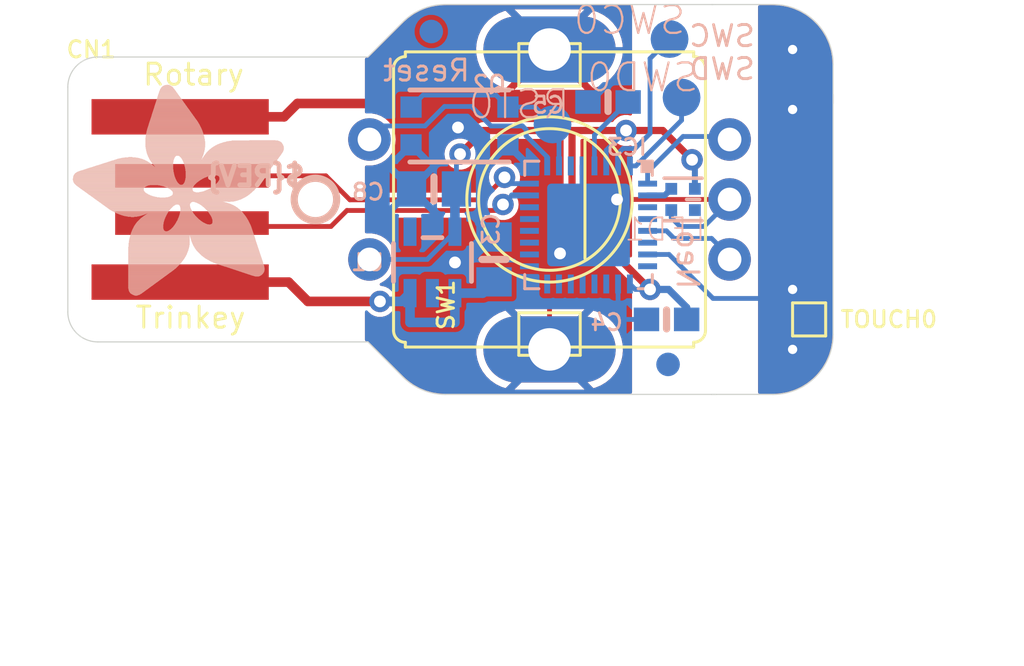
<source format=kicad_pcb>
(kicad_pcb (version 20221018) (generator pcbnew)
  (layers (0 "F.Cu" signal) (31 "B.Cu" signal) (34 "B.Paste" user) (35 "F.Paste" user) (36 "B.SilkS" user "B.Silkscreen") (37 "F.SilkS" user "F.Silkscreen") (38 "B.Mask" user) (39 "F.Mask" user) (44 "Edge.Cuts" user))
  (net 0 "")
  (net 1 "GND")
  (net 2 "D-")
  (net 3 "D+")
  (net 4 "VBUS")
  (net 5 "~{RESET}")
  (net 6 "3.3V")
  (net 7 "SWCLK")
  (net 8 "SWDIO")
  (net 9 "VDDCORE1")
  (net 10 "ROT2")
  (net 11 "SWITCH")
  (net 12 "ROT1")
  (net 13 "N$1")
  (net 14 "TOUCH")
  (footprint "working:PEC11+SWITCH" (layer "F.Cu") (at 152.6921 105.0036 90)
    (fp_text reference "SW1" (at -5.6 -4.38 90) (layer "F.SilkS") (effects (font (size 0.692831 0.692831) (thickness 0.119969)) (justify left)))
    (fp_text value "PEC11")
    (pad "P$1" thru_hole circle (at -2.54 -7.62 90) (size 1.8 1.8) (drill 1) (layers "*.Cu" "*.Mask") (net 6 "3.3V"))
    (pad "P$2" thru_hole circle (at 2.54 -7.62 90) (size 1.8 1.8) (drill 1) (layers "*.Cu" "*.Mask") (net 11 "SWITCH"))
    (pad "P$A" thru_hole circle (at -2.54 7.62 90) (size 1.8 1.8) (drill 1) (layers "*.Cu" "*.Mask") (net 10 "ROT2"))
    (pad "P$B" thru_hole circle (at 2.54 7.62 90) (size 1.8 1.8) (drill 1) (layers "*.Cu" "*.Mask") (net 12 "ROT1"))
    (pad "P$C" thru_hole circle (at 0 7.62 90) (size 1.8 1.8) (drill 1) (layers "*.Cu" "*.Mask") (net 1 "GND"))
    (pad "P$GND1" thru_hole oval (at -6.35 0 180) (size 5.6 2.8) (drill 1.8) (layers "*.Cu" "*.Mask") (net 1 "GND"))
    (pad "P$GND2" thru_hole oval (at 6.35 0 180) (size 5.6 2.8) (drill 1.8) (layers "*.Cu" "*.Mask") (net 1 "GND"))
  )
  (footprint "working:USBA_PCB" (layer "F.Cu") (at 137.2616 105.0036)
    (fp_text reference "CN1" (at -5.08 -6.35) (layer "F.SilkS") (effects (font (size 0.692831 0.692831) (thickness 0.119969)) (justify left)))
    (fp_text value "")
    (pad "GND" smd rect (at -0.2 -3.5) (size 7.5 1.5) (layers "F.Cu" "F.Mask") (net 1 "GND"))
    (pad "USB_NEG" smd rect (at 0.3 1) (size 6.5 1) (layers "F.Cu" "F.Mask") (net 2 "D-"))
    (pad "USB_PLUS" smd rect (at 0.3 -1) (size 6.5 1) (layers "F.Cu" "F.Mask") (net 3 "D+"))
    (pad "VCC" smd rect (at -0.2 3.5) (size 7.5 1.5) (layers "F.Cu" "F.Mask") (net 4 "VBUS"))
  )
  (footprint "working:TESTPOINT_PAD_1MM" (layer "F.Cu") (at 163.6776 110.0836)
    (fp_text reference "TOUCH0" (at 1.27 0) (layer "F.SilkS") (effects (font (size 0.692831 0.692831) (thickness 0.119969)) (justify left)))
    (fp_text value "")
    (pad "P$1" smd rect (at 0 0) (size 1 1) (layers "F.Cu" "F.Mask") (net 14 "TOUCH"))
  )
  (footprint "working:SK6805_1515" (layer "B.Cu") (at 158.3436 105.0036)
    (fp_text reference "LED1" (at -2.54 1.27) (layer "B.SilkS") (effects (font (size 0.941222 0.941222) (thickness 0.074778)) (justify right mirror)))
    (fp_text value "WS2812B_SK6805_1515")
    (pad "1" smd rect (at -0.5 -0.45) (size 0.5 0.5) (layers "B.Cu" "B.Paste" "B.Mask") (net 13 "N$1"))
    (pad "2" smd rect (at 0.5 -0.45) (size 0.5 0.5) (layers "B.Cu" "B.Paste" "B.Mask") (net 6 "3.3V"))
    (pad "3" smd rect (at 0.5 0.45) (size 0.5 0.5) (layers "B.Cu" "B.Paste" "B.Mask"))
    (pad "4" smd rect (at -0.5 0.45) (size 0.5 0.5) (layers "B.Cu" "B.Paste" "B.Mask") (net 1 "GND"))
  )
  (footprint "working:BTN_KMR2_4.6X2.8" (layer "B.Cu") (at 148.8821 101.8921 180)
    (fp_text reference "Q2" (at -2.032 1.778) (layer "B.SilkS") (effects (font (size 0.692831 0.692831) (thickness 0.119969)) (justify left mirror)))
    (fp_text value "reset")
    (pad "A" smd rect (at 2.05 0.8 180) (size 0.9 0.9) (layers "B.Cu" "B.Paste" "B.Mask") (net 5 "~{RESET}"))
    (pad "A'" smd rect (at -2.05 0.8 180) (size 0.9 0.9) (layers "B.Cu" "B.Paste" "B.Mask") (net 5 "~{RESET}"))
    (pad "B" smd rect (at 2.05 -0.8 180) (size 0.9 0.9) (layers "B.Cu" "B.Paste" "B.Mask") (net 1 "GND"))
    (pad "B'" smd rect (at -2.05 -0.8 180) (size 0.9 0.9) (layers "B.Cu" "B.Paste" "B.Mask") (net 1 "GND"))
  )
  (footprint "working:0805-NO" (layer "B.Cu") (at 147.8026 104.5591 180)
    (fp_text reference "C8" (at 2.032 -0.127) (layer "B.SilkS") (effects (font (size 0.692831 0.692831) (thickness 0.119969)) (justify left mirror)))
    (fp_text value "10uF")
    (pad "1" smd rect (at -0.95 0 180) (size 1.24 1.5) (layers "B.Cu" "B.Paste" "B.Mask") (net 6 "3.3V"))
    (pad "2" smd rect (at 0.95 0 180) (size 1.24 1.5) (layers "B.Cu" "B.Paste" "B.Mask") (net 1 "GND"))
  )
  (footprint "working:QFN32_5MM" (layer "B.Cu") (at 154.3431 106.0831 180)
    (fp_text reference "IC3" (at -2.54 3.298) (layer "B.SilkS") (effects (font (size 0.692831 0.692831) (thickness 0.119969)) (justify left mirror)))
    (fp_text value "ATSAMD21E")
    (pad "1" smd rect (at -2.5 1.75 90) (size 0.25 0.8) (layers "B.Cu" "B.Paste") (net 12 "ROT1"))
    (pad "2" smd rect (at -2.5 1.25 90) (size 0.25 0.8) (layers "B.Cu" "B.Paste") (net 13 "N$1"))
    (pad "3" smd rect (at -2.5 0.75 90) (size 0.25 0.8) (layers "B.Cu" "B.Paste"))
    (pad "4" smd rect (at -2.5 0.25 90) (size 0.25 0.8) (layers "B.Cu" "B.Paste"))
    (pad "5" smd rect (at -2.5 -0.25 90) (size 0.25 0.8) (layers "B.Cu" "B.Paste") (net 10 "ROT2"))
    (pad "6" smd rect (at -2.5 -0.75 90) (size 0.25 0.8) (layers "B.Cu" "B.Paste"))
    (pad "7" smd rect (at -2.5 -1.25 90) (size 0.25 0.8) (layers "B.Cu" "B.Paste") (net 14 "TOUCH"))
    (pad "8" smd rect (at -2.5 -1.75 90) (size 0.25 0.8) (layers "B.Cu" "B.Paste"))
    (pad "9" smd rect (at -1.75 -2.5) (size 0.25 0.8) (layers "B.Cu" "B.Paste") (net 6 "3.3V"))
    (pad "10" smd rect (at -1.25 -2.5) (size 0.25 0.8) (layers "B.Cu" "B.Paste") (net 1 "GND"))
    (pad "11" smd rect (at -0.75 -2.5) (size 0.25 0.8) (layers "B.Cu" "B.Paste"))
    (pad "12" smd rect (at -0.25 -2.5) (size 0.25 0.8) (layers "B.Cu" "B.Paste"))
    (pad "13" smd rect (at 0.25 -2.5) (size 0.25 0.8) (layers "B.Cu" "B.Paste"))
    (pad "14" smd rect (at 0.75 -2.5) (size 0.25 0.8) (layers "B.Cu" "B.Paste"))
    (pad "15" smd rect (at 1.25 -2.5) (size 0.25 0.8) (layers "B.Cu" "B.Paste"))
    (pad "16" smd rect (at 1.75 -2.5) (size 0.25 0.8) (layers "B.Cu" "B.Paste"))
    (pad "17" smd rect (at 2.5 -1.75 270) (size 0.25 0.8) (layers "B.Cu" "B.Paste"))
    (pad "18" smd rect (at 2.5 -1.25 270) (size 0.25 0.8) (layers "B.Cu" "B.Paste"))
    (pad "19" smd rect (at 2.5 -0.75 270) (size 0.25 0.8) (layers "B.Cu" "B.Paste"))
    (pad "20" smd rect (at 2.5 -0.25 270) (size 0.25 0.8) (layers "B.Cu" "B.Paste"))
    (pad "21" smd rect (at 2.5 0.25 270) (size 0.25 0.8) (layers "B.Cu" "B.Paste"))
    (pad "22" smd rect (at 2.5 0.75 270) (size 0.25 0.8) (layers "B.Cu" "B.Paste"))
    (pad "23" smd rect (at 2.5 1.25 270) (size 0.25 0.8) (layers "B.Cu" "B.Paste") (net 2 "D-"))
    (pad "24" smd rect (at 2.5 1.75 270) (size 0.25 0.8) (layers "B.Cu" "B.Paste") (net 3 "D+"))
    (pad "25" smd rect (at 1.75 2.5 180) (size 0.25 0.8) (layers "B.Cu" "B.Paste") (net 11 "SWITCH"))
    (pad "26" smd rect (at 1.25 2.5 180) (size 0.25 0.8) (layers "B.Cu" "B.Paste") (net 5 "~{RESET}"))
    (pad "27" smd rect (at 0.75 2.5 180) (size 0.25 0.8) (layers "B.Cu" "B.Paste"))
    (pad "28" smd rect (at 0.25 2.5 180) (size 0.25 0.8) (layers "B.Cu" "B.Paste") (net 1 "GND"))
    (pad "29" smd rect (at -0.25 2.5 180) (size 0.25 0.8) (layers "B.Cu" "B.Paste") (net 9 "VDDCORE1"))
    (pad "30" smd rect (at -0.75 2.5 180) (size 0.25 0.8) (layers "B.Cu" "B.Paste") (net 6 "3.3V"))
    (pad "31" smd rect (at -1.25 2.5 180) (size 0.25 0.8) (layers "B.Cu" "B.Paste") (net 7 "SWCLK"))
    (pad "32" smd rect (at -1.75 2.5 180) (size 0.25 0.8) (layers "B.Cu" "B.Paste") (net 8 "SWDIO"))
    (pad "33" smd roundrect (at 0 0 180) (size 3.5 3.5) (layers "B.Cu" "B.Mask") (roundrect_rratio 0.05) (net 1 "GND"))
  )
  (footprint "working:TP16R" (layer "B.Cu") (at 152.8191 101.8286 180)
    (fp_text reference "RST0" (at -0.8001 0.8499) (layer "B.SilkS") (effects (font (size 1.176528 1.176528) (thickness 0.093472)) (justify left mirror)))
    (fp_text value "TPTP16R")
    (pad "TP" smd roundrect (at 0 0 180) (size 1.6 1.6) (layers "B.Cu" "B.Mask") (roundrect_rratio 0.5) (net 5 "~{RESET}"))
  )
  (footprint "working:ADAFRUIT_9MM" (layer "B.Cu") (at 141.4526 109.0676 180)
    (fp_text reference "U$5" hide)
    (fp_text value "" hide)
  )
  (footprint "working:TP16R" (layer "B.Cu") (at 158.2801 100.6856 180)
    (fp_text reference "SWD0" (at -0.8001 0.8499) (layer "B.SilkS") (effects (font (size 1.176528 1.176528) (thickness 0.093472)) (justify left mirror)))
    (fp_text value "TPTP16R")
    (pad "TP" smd roundrect (at 0 0 180) (size 1.6 1.6) (layers "B.Cu" "B.Mask") (roundrect_rratio 0.5) (net 8 "SWDIO"))
  )
  (footprint "working:FIDUCIAL_1MM" (layer "B.Cu") (at 147.6883 97.8916 180)
    (fp_text reference "FID2" hide)
    (fp_text value "FIDUCIAL_1MM" hide)
    (pad "1" smd roundrect (at 0 0 180) (size 1 1) (layers "B.Cu" "B.Mask") (roundrect_rratio 0.5))
  )
  (footprint "working:0603-NO" (layer "B.Cu") (at 157.6451 110.0836 180)
    (fp_text reference "C4" (at 1.778 -0.127) (layer "B.SilkS") (effects (font (size 0.692831 0.692831) (thickness 0.119969)) (justify left mirror)))
    (fp_text value "1uF")
    (pad "1" smd rect (at -0.85 0 180) (size 1.075 1) (layers "B.Cu" "B.Paste" "B.Mask") (net 6 "3.3V"))
    (pad "2" smd rect (at 0.85 0 180) (size 1.075 1) (layers "B.Cu" "B.Paste" "B.Mask") (net 1 "GND"))
  )
  (footprint "working:TP16R" (layer "B.Cu") (at 157.7721 98.2091 180)
    (fp_text reference "SWC0" (at -0.7501 0.8001) (layer "B.SilkS") (effects (font (size 1.176528 1.176528) (thickness 0.093472)) (justify left mirror)))
    (fp_text value "TPTP16R")
    (pad "TP" smd roundrect (at 0 0 180) (size 1.6 1.6) (layers "B.Cu" "B.Mask") (roundrect_rratio 0.5) (net 7 "SWCLK"))
  )
  (footprint "working:FIDUCIAL_1MM" (layer "B.Cu") (at 157.7086 111.9886 180)
    (fp_text reference "FID1" hide)
    (fp_text value "FIDUCIAL_1MM" hide)
    (pad "1" smd roundrect (at 0 0 180) (size 1 1) (layers "B.Cu" "B.Mask") (roundrect_rratio 0.5))
  )
  (footprint "working:PCBFEAT-REV-040" (layer "B.Cu") (at 142.7861 105.0036)
    (fp_text reference "U$8" hide)
    (fp_text value "" hide)
    (fp_text user "${REV}" (at -0.3556 -0.508 180) (layer "B.SilkS") (effects (font (size 0.8128 0.8128) (thickness 0.2032)) (justify left bottom mirror)))
  )
  (footprint "working:0603-NO" (layer "B.Cu") (at 155.1686 100.8761 180)
    (fp_text reference "C5" (at 1.778 -0.127) (layer "B.SilkS") (effects (font (size 0.692831 0.692831) (thickness 0.119969)) (justify left mirror)))
    (fp_text value "1uF")
    (pad "1" smd rect (at -0.85 0 180) (size 1.075 1) (layers "B.Cu" "B.Paste" "B.Mask") (net 9 "VDDCORE1"))
    (pad "2" smd rect (at 0.85 0 180) (size 1.075 1) (layers "B.Cu" "B.Paste" "B.Mask") (net 1 "GND"))
  )
  (footprint "working:SOT23-5" (layer "B.Cu") (at 147.7391 107.6706 180)
    (fp_text reference "U1" (at 1.978 0) (layer "B.SilkS") (effects (font (size 0.692831 0.692831) (thickness 0.119969)) (justify left mirror)))
    (fp_text value "AP2112K-3.3")
    (pad "1" smd rect (at -0.95 -1.3001 180) (size 0.55 1.2) (layers "B.Cu" "B.Paste" "B.Mask") (net 4 "VBUS"))
    (pad "2" smd rect (at 0 -1.3001 180) (size 0.55 1.2) (layers "B.Cu" "B.Paste" "B.Mask") (net 1 "GND"))
    (pad "3" smd rect (at 0.95 -1.3001 180) (size 0.55 1.2) (layers "B.Cu" "B.Paste" "B.Mask") (net 4 "VBUS"))
    (pad "4" smd rect (at 0.95 1.3001 180) (size 0.55 1.2) (layers "B.Cu" "B.Paste" "B.Mask"))
    (pad "5" smd rect (at -0.95 1.3001 180) (size 0.55 1.2) (layers "B.Cu" "B.Paste" "B.Mask") (net 6 "3.3V"))
  )
  (footprint "working:0805-NO" (layer "B.Cu") (at 150.3426 107.5436 90)
    (fp_text reference "C3" (at 2.032 -0.127 90) (layer "B.SilkS") (effects (font (size 0.692831 0.692831) (thickness 0.119969)) (justify left mirror)))
    (fp_text value "10uF")
    (pad "1" smd rect (at -0.95 0 90) (size 1.24 1.5) (layers "B.Cu" "B.Paste" "B.Mask") (net 4 "VBUS"))
    (pad "2" smd rect (at 0.95 0 90) (size 1.24 1.5) (layers "B.Cu" "B.Paste" "B.Mask") (net 1 "GND"))
  )
  (gr_line (start 148.283203 96.7486) (end 159.6136 96.7486) (stroke (width 0.05)) (layer "Edge.Cuts"))
  (gr_arc (start 148.283203 113.2586) (mid 147.311186 113.065254) (end 146.487149 112.51465) (stroke (width 0.05)) (layer "Edge.Cuts"))
  (gr_line (start 159.7406 113.2586) (end 148.283203 113.2586) (stroke (width 0.05)) (layer "Edge.Cuts"))
  (gr_arc (start 164.6936 110.7186) (mid 163.949651 112.514651) (end 162.1536 113.2586) (stroke (width 0.05)) (layer "Edge.Cuts"))
  (gr_line (start 145.0086 111.0361) (end 133.5786 111.0361) (stroke (width 0.05)) (layer "Edge.Cuts"))
  (gr_arc (start 133.5786 111.0361) (mid 132.680574 110.664126) (end 132.3086 109.7661) (stroke (width 0.05)) (layer "Edge.Cuts"))
  (gr_line (start 162.1536 113.2586) (end 159.5501 113.2586) (stroke (width 0.05)) (layer "Edge.Cuts"))
  (gr_line (start 164.6936 100.5586) (end 164.6936 110.7186) (stroke (width 0.05)) (layer "Edge.Cuts"))
  (gr_arc (start 162.1536 96.7486) (mid 163.949651 97.492549) (end 164.6936 99.2886) (stroke (width 0.05)) (layer "Edge.Cuts"))
  (gr_line (start 164.6936 99.2886) (end 164.6936 100.9396) (stroke (width 0.05)) (layer "Edge.Cuts"))
  (gr_arc (start 132.3086 100.2411) (mid 132.680574 99.343074) (end 133.5786 98.9711) (stroke (width 0.05)) (layer "Edge.Cuts"))
  (gr_line (start 145.0086 98.9711) (end 146.48715 97.49255) (stroke (width 0.05)) (layer "Edge.Cuts"))
  (gr_line (start 133.5786 98.9711) (end 145.0086 98.9711) (stroke (width 0.05)) (layer "Edge.Cuts"))
  (gr_arc (start 146.48715 97.49255) (mid 147.311186 96.941946) (end 148.283204 96.7486) (stroke (width 0.05)) (layer "Edge.Cuts"))
  (gr_line (start 159.5501 96.7486) (end 162.1536 96.7486) (stroke (width 0.05)) (layer "Edge.Cuts"))
  (gr_line (start 132.3086 109.7661) (end 132.3086 100.2411) (stroke (width 0.05)) (layer "Edge.Cuts"))
  (gr_line (start 146.48715 112.51465) (end 145.0086 111.0361) (stroke (width 0.05)) (layer "Edge.Cuts"))
  (gr_text "SWD" (at 159.9946 99.4791) (layer "B.SilkS") (effects (font (size 0.89408 0.89408) (thickness 0.12192)) (justify mirror)))
  (gr_text "Neo" (at 158.5341 107.5436 -90) (layer "B.SilkS") (effects (font (size 0.89408 0.89408) (thickness 0.12192)) (justify mirror)))
  (gr_text "Reset" (at 147.4851 99.5426) (layer "B.SilkS") (effects (font (size 0.89408 0.89408) (thickness 0.12192)) (justify mirror)))
  (gr_text "SWC" (at 159.9946 98.0821) (layer "B.SilkS") (effects (font (size 0.89408 0.89408) (thickness 0.12192)) (justify mirror)))
  (gr_text "Rotary" (at 135.4201 100.2411) (layer "F.SilkS") (effects (font (size 0.89408 0.89408) (thickness 0.12192)) (justify left bottom)))
  (gr_text "Trinkey" (at 135.1026 110.5281) (layer "F.SilkS") (effects (font (size 0.89408 0.89408) (thickness 0.12192)) (justify left bottom)))
  (segment (start 152.6921 107.7341) (end 153.1366 107.2896) (width 0.2032) (layer "F.Cu") (net 1))
  (segment (start 141.4601 101.5036) (end 142.0241 100.9396) (width 0.4064) (layer "F.Cu") (net 1))
  (segment (start 137.0616 101.5036) (end 141.4601 101.5036) (width 0.4064) (layer "F.Cu") (net 1))
  (segment (start 147.8026 100.9396) (end 148.8186 101.9556) (width 0.4064) (layer "F.Cu") (net 1))
  (segment (start 152.6921 111.3536) (end 152.6921 107.7341) (width 0.2032) (layer "F.Cu") (net 1))
  (segment (start 142.0241 100.9396) (end 147.8026 100.9396) (width 0.4064) (layer "F.Cu") (net 1))
  (segment (start 160.3121 105.0036) (end 155.5496 105.0036) (width 0.2032) (layer "F.Cu") (net 1))
  (via (at 148.6916 107.6706) (size 0.9064) (drill 0.5) (layers "F.Cu" "B.Cu") (net 1))
  (via (at 155.5496 105.0036) (size 0.9064) (drill 0.5) (layers "F.Cu" "B.Cu") (net 1))
  (via (at 153.1366 107.2896) (size 0.9064) (drill 0.5) (layers "F.Cu" "B.Cu") (net 1))
  (via (at 148.8186 101.9556) (size 0.9064) (drill 0.5) (layers "F.Cu" "B.Cu") (net 1))
  (segment (start 156.7951 110.0836) (end 155.6766 110.0836) (width 0.2032) (layer "B.Cu") (net 1))
  (segment (start 155.2711 100.0506) (end 154.4456 100.8761) (width 0.2032) (layer "B.Cu") (net 1))
  (segment (start 158.2166 106.1466) (end 159.2326 106.1466) (width 0.2032) (layer "B.Cu") (net 1))
  (segment (start 157.8436 105.4536) (end 157.8436 105.7736) (width 0.2032) (layer "B.Cu") (net 1))
  (segment (start 155.6766 110.0836) (end 155.5931 110.0001) (width 0.2032) (layer "B.Cu") (net 1))
  (segment (start 157.8436 105.7736) (end 158.2166 106.1466) (width 0.2032) (layer "B.Cu") (net 1))
  (segment (start 154.0931 105.8331) (end 154.3431 106.0831) (width 0.254) (layer "B.Cu") (net 1))
  (segment (start 159.2326 106.1466) (end 160.3121 105.0671) (width 0.2032) (layer "B.Cu") (net 1))
  (segment (start 154.3431 106.0831) (end 153.1366 107.2896) (width 0.2032) (layer "B.Cu") (net 1))
  (segment (start 155.9306 99.4156) (end 155.9306 98.7806) (width 0.2032) (layer "B.Cu") (net 1))
  (segment (start 155.2711 100.0506) (end 155.2956 100.0506) (width 0.2032) (layer "B.Cu") (net 1))
  (segment (start 155.2956 100.0506) (end 155.9306 99.4156) (width 0.2032) (layer "B.Cu") (net 1))
  (segment (start 149.916862 106.5936) (end 148.839862 107.6706) (width 0.4064) (layer "B.Cu") (net 1))
  (segment (start 155.9306 98.7806) (end 155.8036 98.6536) (width 0.2032) (layer "B.Cu") (net 1))
  (segment (start 150.3426 106.5936) (end 149.916862 106.5936) (width 0.4064) (layer "B.Cu") (net 1))
  (segment (start 150.3426 106.5936) (end 149.737 105.988) (width 0.4064) (layer "B.Cu") (net 1))
  (segment (start 154.3431 106.0831) (end 154.4701 106.0831) (width 0.2032) (layer "B.Cu") (net 1))
  (segment (start 149.737 105.988) (end 149.737 105.519437) (width 0.4064) (layer "B.Cu") (net 1))
  (segment (start 155.8036 98.6536) (end 152.6921 98.6536) (width 0.2032) (layer "B.Cu") (net 1))
  (segment (start 154.0931 103.5831) (end 154.0931 105.8331) (width 0.254) (layer "B.Cu") (net 1))
  (segment (start 155.5931 110.0001) (end 155.5931 108.5831) (width 0.2032) (layer "B.Cu") (net 1))
  (segment (start 160.3121 105.0671) (end 160.3121 105.0036) (width 0.2032) (layer "B.Cu") (net 1))
  (segment (start 154.3186 100.8761) (end 154.4456 100.8761) (width 0.2032) (layer "B.Cu") (net 1))
  (segment (start 148.839862 107.6706) (end 148.6916 107.6706) (width 0.4064) (layer "B.Cu") (net 1))
  (segment (start 155.5496 105.0036) (end 154.4701 106.0831) (width 0.2032) (layer "B.Cu") (net 1))
  (segment (start 150.7236 105.2156) (end 150.4696 105.4696) (width 0.2032) (layer "F.Cu") (net 2))
  (segment (start 143.4426 106.1466) (end 137.7046 106.1466) (width 0.2032) (layer "F.Cu") (net 2))
  (segment (start 150.4696 105.4696) (end 144.1196 105.4696) (width 0.2032) (layer "F.Cu") (net 2))
  (segment (start 137.7046 106.1466) (end 137.5616 106.0036) (width 0.2032) (layer "F.Cu") (net 2))
  (segment (start 144.1196 105.4696) (end 143.4426 106.1466) (width 0.2032) (layer "F.Cu") (net 2))
  (via (at 150.7236 105.2156) (size 0.9064) (drill 0.5) (layers "F.Cu" "B.Cu") (net 2))
  (segment (start 151.1046 104.8331) (end 150.7236 105.214096) (width 0.2032) (layer "B.Cu") (net 2))
  (segment (start 150.7236 105.2156) (end 150.7236 105.214096) (width 0.2032) (layer "B.Cu") (net 2))
  (segment (start 151.8431 104.8331) (end 151.1046 104.8331) (width 0.254) (layer "B.Cu") (net 2))
  (segment (start 144.2466 105.0204) (end 143.2298 104.0036) (width 0.2032) (layer "F.Cu") (net 3))
  (segment (start 137.5616 104.0036) (end 143.2298 104.0036) (width 0.2032) (layer "F.Cu") (net 3))
  (segment (start 149.8346 105.0204) (end 150.7871 104.0679) (width 0.2032) (layer "F.Cu") (net 3))
  (segment (start 144.2466 105.0204) (end 149.8346 105.0204) (width 0.2032) (layer "F.Cu") (net 3))
  (via (at 150.7871 104.0679) (size 0.9064) (drill 0.5) (layers "F.Cu" "B.Cu") (net 3))
  (segment (start 151.0523 104.3331) (end 151.8431 104.3331) (width 0.2032) (layer "B.Cu") (net 3))
  (segment (start 150.7871 104.0679) (end 151.0523 104.3331) (width 0.2032) (layer "B.Cu") (net 3))
  (segment (start 142.468603 109.3216) (end 141.6506 108.5036) (width 0.4064) (layer "F.Cu") (net 4))
  (segment (start 145.5166 109.3216) (end 142.468603 109.3216) (width 0.4064) (layer "F.Cu") (net 4))
  (segment (start 137.0616 108.5036) (end 141.6506 108.5036) (width 0.4064) (layer "F.Cu") (net 4))
  (via (at 145.5166 109.3216) (size 0.9064) (drill 0.5) (layers "F.Cu" "B.Cu") (net 4))
  (segment (start 148.6891 110.2106) (end 148.6891 108.9707) (width 0.4064) (layer "B.Cu") (net 4))
  (segment (start 149.8655 108.9707) (end 150.3426 108.4936) (width 0.4064) (layer "B.Cu") (net 4))
  (segment (start 146.4382 109.3216) (end 146.7891 108.9707) (width 0.4064) (layer "B.Cu") (net 4))
  (segment (start 145.5166 109.3216) (end 146.4382 109.3216) (width 0.4064) (layer "B.Cu") (net 4))
  (segment (start 146.7891 110.2106) (end 148.6891 110.2106) (width 0.4064) (layer "B.Cu") (net 4))
  (segment (start 148.6891 108.9707) (end 149.8655 108.9707) (width 0.4064) (layer "B.Cu") (net 4))
  (segment (start 146.7891 108.9707) (end 146.7891 110.2106) (width 0.4064) (layer "B.Cu") (net 4))
  (segment (start 150.4241 100.5841) (end 147.3401 100.5841) (width 0.2032) (layer "B.Cu") (net 5))
  (segment (start 153.0931 103.5831) (end 153.0931 102.5471) (width 0.2032) (layer "B.Cu") (net 5))
  (segment (start 150.9321 101.0921) (end 150.4241 100.5841) (width 0.2032) (layer "B.Cu") (net 5))
  (segment (start 152.8191 101.8286) (end 152.0826 101.0921) (width 0.2032) (layer "B.Cu") (net 5))
  (segment (start 153.0931 102.5471) (end 152.8191 102.2731) (width 0.2032) (layer "B.Cu") (net 5))
  (segment (start 152.0826 101.0921) (end 150.9321 101.0921) (width 0.2032) (layer "B.Cu") (net 5))
  (segment (start 147.3401 100.5841) (end 146.8321 101.0921) (width 0.2032) (layer "B.Cu") (net 5))
  (segment (start 152.8191 102.2731) (end 152.8191 101.8286) (width 0.2032) (layer "B.Cu") (net 5))
  (segment (start 149.905606 102.0826) (end 148.906406 103.0818) (width 0.3048) (layer "F.Cu") (net 6))
  (segment (start 153.6446 102.0826) (end 149.905606 102.0826) (width 0.3048) (layer "F.Cu") (net 6))
  (segment (start 153.6446 102.0826) (end 153.6446 105.5116) (width 0.3048) (layer "F.Cu") (net 6))
  (segment (start 158.7246 103.3232) (end 157.484 102.0826) (width 0.3048) (layer "F.Cu") (net 6))
  (segment (start 157.484 102.0826) (end 155.9306 102.0826) (width 0.3048) (layer "F.Cu") (net 6))
  (segment (start 153.6446 105.5116) (end 156.9466 108.8136) (width 0.3048) (layer "F.Cu") (net 6))
  (segment (start 155.9306 102.0826) (end 153.6446 102.0826) (width 0.3048) (layer "F.Cu") (net 6))
  (via (at 148.906406 103.0818) (size 0.9064) (drill 0.5) (layers "F.Cu" "B.Cu") (net 6))
  (via (at 156.9466 108.8136) (size 0.9064) (drill 0.5) (layers "F.Cu" "B.Cu") (net 6))
  (via (at 155.9306 102.0826) (size 0.9064) (drill 0.5) (layers "F.Cu" "B.Cu") (net 6))
  (via (at 158.7246 103.3232) (size 0.9064) (drill 0.5) (layers "F.Cu" "B.Cu") (net 6))
  (segment (start 156.9466 108.8136) (end 157.7331 108.8136) (width 0.3048) (layer "B.Cu") (net 6))
  (segment (start 158.8436 104.5536) (end 158.8436 103.4422) (width 0.254) (layer "B.Cu") (net 6))
  (segment (start 148.906406 103.0818) (end 148.7526 103.235607) (width 0.2032) (layer "B.Cu") (net 6))
  (segment (start 158.4951 109.5756) (end 158.4951 110.0836) (width 0.3048) (layer "B.Cu") (net 6))
  (segment (start 148.7526 104.5591) (end 148.7526 103.235607) (width 0.2032) (layer "B.Cu") (net 6))
  (segment (start 155.0931 102.9201) (end 155.9306 102.0826) (width 0.2032) (layer "B.Cu") (net 6))
  (segment (start 148.6891 104.6226) (end 148.6891 106.3705) (width 0.4064) (layer "B.Cu") (net 6))
  (segment (start 156.3236 108.8136) (end 156.9466 108.8136) (width 0.2032) (layer "B.Cu") (net 6))
  (segment (start 155.0931 103.5831) (end 155.0931 102.9201) (width 0.2032) (layer "B.Cu") (net 6))
  (segment (start 147.516 107.5436) (end 145.0721 107.5436) (width 0.2032) (layer "B.Cu") (net 6))
  (segment (start 158.8436 103.4422) (end 158.7246 103.3232) (width 0.254) (layer "B.Cu") (net 6))
  (segment (start 148.6891 106.3705) (end 147.516 107.5436) (width 0.2032) (layer "B.Cu") (net 6))
  (segment (start 156.0931 108.5831) (end 156.3236 108.8136) (width 0.2032) (layer "B.Cu") (net 6))
  (segment (start 148.7526 104.5591) (end 148.6891 104.6226) (width 0.4064) (layer "B.Cu") (net 6))
  (segment (start 158.4951 109.5756) (end 157.7331 108.8136) (width 0.3048) (layer "B.Cu") (net 6))
  (segment (start 156.9466 102.2096) (end 156.9466 99.0346) (width 0.2032) (layer "B.Cu") (net 7))
  (segment (start 155.5931 103.0551) (end 155.8036 102.8446) (width 0.2032) (layer "B.Cu") (net 7))
  (segment (start 155.5931 103.5831) (end 155.5931 103.0551) (width 0.2032) (layer "B.Cu") (net 7))
  (segment (start 156.9466 99.0346) (end 157.7721 98.2091) (width 0.2032) (layer "B.Cu") (net 7))
  (segment (start 156.3116 102.8446) (end 156.9466 102.2096) (width 0.2032) (layer "B.Cu") (net 7))
  (segment (start 155.8036 102.8446) (end 156.3116 102.8446) (width 0.2032) (layer "B.Cu") (net 7))
  (segment (start 158.2801 101.6501) (end 158.2801 100.6856) (width 0.2032) (layer "B.Cu") (net 8))
  (segment (start 156.0931 103.5831) (end 156.3471 103.5831) (width 0.2032) (layer "B.Cu") (net 8))
  (segment (start 158.2801 101.6501) (end 156.3471 103.5831) (width 0.2032) (layer "B.Cu") (net 8))
  (segment (start 155.9941 100.8761) (end 154.5931 102.2771) (width 0.2032) (layer "B.Cu") (net 9))
  (segment (start 154.5931 103.5831) (end 154.5931 102.2771) (width 0.2032) (layer "B.Cu") (net 9))
  (segment (start 156.0186 100.8761) (end 155.9941 100.8761) (width 0.2032) (layer "B.Cu") (net 9))
  (segment (start 160.3556 107.4601) (end 160.3121 107.5036) (width 0.254) (layer "B.Cu") (net 10))
  (segment (start 156.8431 106.3331) (end 157.6411 106.3331) (width 0.2032) (layer "B.Cu") (net 10))
  (segment (start 160.3121 107.5036) (end 160.3121 107.5436) (width 0.254) (layer "B.Cu") (net 10))
  (segment (start 159.5501 106.6546) (end 160.3556 107.4601) (width 0.2032) (layer "B.Cu") (net 10))
  (segment (start 157.6411 106.3331) (end 157.9626 106.6546) (width 0.2032) (layer "B.Cu") (net 10))
  (segment (start 157.9626 106.6546) (end 159.5501 106.6546) (width 0.2032) (layer "B.Cu") (net 10))
  (segment (start 152.5931 103.5831) (end 152.5931 103.2021) (width 0.2032) (layer "B.Cu") (net 11))
  (segment (start 148.2471 101.0666) (end 149.3901 101.0666) (width 0.2032) (layer "B.Cu") (net 11))
  (segment (start 152.5931 103.2021) (end 151.7041 102.3131) (width 0.2032) (layer "B.Cu") (net 11))
  (segment (start 149.3901 101.0666) (end 150.2156 101.8921) (width 0.2032) (layer "B.Cu") (net 11))
  (segment (start 145.0721 102.4636) (end 145.6436 101.8921) (width 0.2032) (layer "B.Cu") (net 11))
  (segment (start 150.2156 101.8921) (end 151.5491 101.8921) (width 0.2032) (layer "B.Cu") (net 11))
  (segment (start 147.4216 101.8921) (end 145.6436 101.8921) (width 0.2032) (layer "B.Cu") (net 11))
  (segment (start 151.7041 102.0471) (end 151.7041 102.3131) (width 0.2032) (layer "B.Cu") (net 11))
  (segment (start 151.5491 101.8921) (end 151.7041 102.0471) (width 0.2032) (layer "B.Cu") (net 11))
  (segment (start 147.4216 101.8921) (end 148.2471 101.0666) (width 0.2032) (layer "B.Cu") (net 11))
  (segment (start 160.3121 102.3366) (end 158.3436 102.3366) (width 0.2032) (layer "B.Cu") (net 12))
  (segment (start 156.8431 104.3331) (end 156.8431 103.8371) (width 0.2032) (layer "B.Cu") (net 12))
  (segment (start 160.3121 102.4636) (end 160.3121 102.3366) (width 0.254) (layer "B.Cu") (net 12))
  (segment (start 158.3436 102.3366) (end 156.8431 103.8371) (width 0.2032) (layer "B.Cu") (net 12))
  (segment (start 156.8431 104.8331) (end 157.5641 104.8331) (width 0.254) (layer "B.Cu") (net 13))
  (segment (start 157.8436 104.5536) (end 157.5641 104.8331) (width 0.254) (layer "B.Cu") (net 13))
  (segment (start 162.9791 109.3851) (end 162.9791 108.8136) (width 0.2032) (layer "F.Cu") (net 14))
  (segment (start 163.6776 110.0836) (end 162.9791 109.3851) (width 0.2032) (layer "F.Cu") (net 14))
  (via (at 162.9791 98.6536) (size 0.8001) (drill 0.3937) (layers "F.Cu" "B.Cu") (net 14))
  (via (at 162.9791 101.1936) (size 0.8001) (drill 0.3937) (layers "F.Cu" "B.Cu") (net 14))
  (via (at 162.9791 111.3536) (size 0.8001) (drill 0.3937) (layers "F.Cu" "B.Cu") (net 14))
  (via (at 162.9791 108.8136) (size 0.8001) (drill 0.3937) (layers "F.Cu" "B.Cu") (net 14))
  (segment (start 159.6136 109.1946) (end 162.5981 109.1946) (width 0.2032) (layer "B.Cu") (net 14))
  (segment (start 157.7521 107.3331) (end 159.6136 109.1946) (width 0.2032) (layer "B.Cu") (net 14))
  (segment (start 162.5981 109.1946) (end 162.9791 108.8136) (width 0.2032) (layer "B.Cu") (net 14))
  (segment (start 156.8431 107.3331) (end 157.7521 107.3331) (width 0.2032) (layer "B.Cu") (net 14))
  (zone (net 1) (net_name "GND") (layer "F.Cu") (priority 6) (connect_pads (clearance 0.000001)) (min_thickness 0.127) (fill yes (thermal_gap 0.304) (thermal_bridge_width 0.304))
    (polygon (pts (xy 156.1846 113.3856) (xy 144.8816 113.3856) (xy 144.8816 96.6216) (xy 156.1846 96.6216)))
  )
  (zone (net 14) (net_name "TOUCH") (layer "F.Cu") (priority 6) (connect_pads (clearance 0.000001)) (min_thickness 0.127) (fill yes (thermal_gap 0.304) (thermal_bridge_width 0.304))
    (polygon (pts (xy 164.8841 113.3856) (xy 161.5186 113.3856) (xy 161.5186 96.5581) (xy 164.8841 96.5581)))
  )
  (zone (net 14) (net_name "TOUCH") (layer "B.Cu") (priority 6) (connect_pads (clearance 0.000001)) (min_thickness 0.127) (fill yes (thermal_gap 0.304) (thermal_bridge_width 0.304))
    (polygon (pts (xy 164.8841 113.3856) (xy 161.5186 113.3856) (xy 161.5186 96.5581) (xy 164.8841 96.5581)))
  )
  (zone (net 1) (net_name "GND") (layer "B.Cu") (priority 6) (connect_pads (clearance 0.000001)) (min_thickness 0.127) (fill yes (thermal_gap 0.304) (thermal_bridge_width 0.304))
    (polygon (pts (xy 156.1846 113.3856) (xy 144.8816 113.3856) (xy 144.8816 96.6216) (xy 156.1846 96.6216)))
  )
)
</source>
